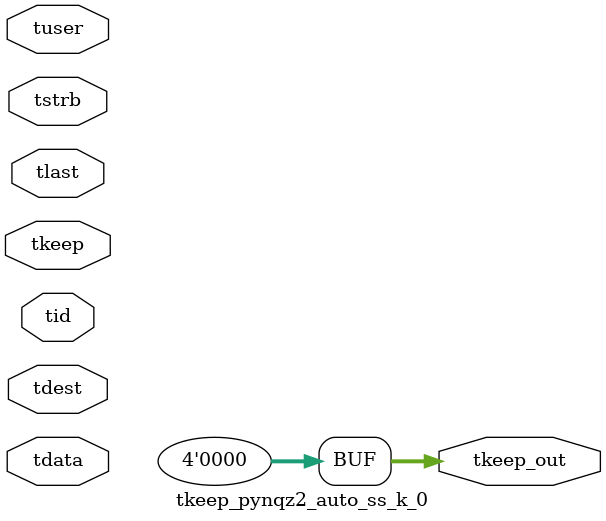
<source format=v>


`timescale 1ps/1ps

module tkeep_pynqz2_auto_ss_k_0 #
(
parameter C_S_AXIS_TDATA_WIDTH = 32,
parameter C_S_AXIS_TUSER_WIDTH = 0,
parameter C_S_AXIS_TID_WIDTH   = 0,
parameter C_S_AXIS_TDEST_WIDTH = 0,
parameter C_M_AXIS_TDATA_WIDTH = 32
)
(
input  [(C_S_AXIS_TDATA_WIDTH == 0 ? 1 : C_S_AXIS_TDATA_WIDTH)-1:0     ] tdata,
input  [(C_S_AXIS_TUSER_WIDTH == 0 ? 1 : C_S_AXIS_TUSER_WIDTH)-1:0     ] tuser,
input  [(C_S_AXIS_TID_WIDTH   == 0 ? 1 : C_S_AXIS_TID_WIDTH)-1:0       ] tid,
input  [(C_S_AXIS_TDEST_WIDTH == 0 ? 1 : C_S_AXIS_TDEST_WIDTH)-1:0     ] tdest,
input  [(C_S_AXIS_TDATA_WIDTH/8)-1:0 ] tkeep,
input  [(C_S_AXIS_TDATA_WIDTH/8)-1:0 ] tstrb,
input                                                                    tlast,
output [(C_M_AXIS_TDATA_WIDTH/8)-1:0 ] tkeep_out
);

assign tkeep_out = {1'b0};

endmodule


</source>
